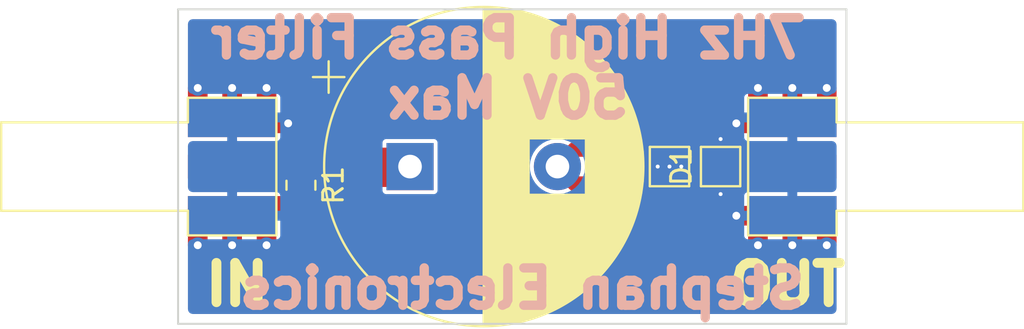
<source format=kicad_pcb>
(kicad_pcb (version 20211014) (generator pcbnew)
  (layers (0 "F.Cu" signal) (31 "B.Cu" signal) (34 "B.Paste" user) (35 "F.Paste" user) (36 "B.SilkS" user "B.Silkscreen") (37 "F.SilkS" user "F.Silkscreen") (38 "B.Mask" user) (39 "F.Mask" user) (44 "Edge.Cuts" user))
  (net 0 "")
  (net 1 "Net-(C1-Pad1)")
  (net 2 "Net-(C1-Pad2)")
  (net 3 "GND")
  (footprint "Capacitor_THT:CP_Radial_D16.0mm_P7.50mm" (layer "F.Cu") (at 111.8 90)
    (fp_text reference "C1" hide)
    (fp_text value "470uF" hide)
    (fp_line (start 11.751 -1.351) (end 11.751 1.351) (layer "F.SilkS") (width 0.12))
    (fp_line (start 8.351 1.44) (end 8.351 6.652) (layer "F.SilkS") (width 0.12))
    (fp_line (start 4.471 -8.049) (end 4.471 8.049) (layer "F.SilkS") (width 0.12))
    (fp_line (start 10.991 -3.637) (end 10.991 3.637) (layer "F.SilkS") (width 0.12))
    (fp_line (start 4.31 -8.061) (end 4.31 8.061) (layer "F.SilkS") (width 0.12))
    (fp_line (start 7.791 1.44) (end 7.791 7.004) (layer "F.SilkS") (width 0.12))
    (fp_line (start 6.471 1.44) (end 6.471 7.611) (layer "F.SilkS") (width 0.12))
    (fp_line (start 4.27 -8.064) (end 4.27 8.064) (layer "F.SilkS") (width 0.12))
    (fp_line (start 9.031 -6.129) (end 9.031 6.129) (layer "F.SilkS") (width 0.12))
    (fp_line (start 7.471 -7.178) (end 7.471 -1.44) (layer "F.SilkS") (width 0.12))
    (fp_line (start 11.391 -2.711) (end 11.391 2.711) (layer "F.SilkS") (width 0.12))
    (fp_line (start 10.511 -4.459) (end 10.511 4.459) (layer "F.SilkS") (width 0.12))
    (fp_line (start 5.831 -7.81) (end 5.831 7.81) (layer "F.SilkS") (width 0.12))
    (fp_line (start 10.151 -4.958) (end 10.151 4.958) (layer "F.SilkS") (width 0.12))
    (fp_line (start 6.431 -7.625) (end 6.431 -1.44) (layer "F.SilkS") (width 0.12))
    (fp_line (start 9.591 -5.602) (end 9.591 5.602) (layer "F.SilkS") (width 0.12))
    (fp_line (start 5.471 -7.896) (end 5.471 7.896) (layer "F.SilkS") (width 0.12))
    (fp_line (start 9.511 -5.684) (end 9.511 5.684) (layer "F.SilkS") (width 0.12))
    (fp_line (start 8.391 1.44) (end 8.391 6.624) (layer "F.SilkS") (width 0.12))
    (fp_line (start 4.35 -8.058) (end 4.35 8.058) (layer "F.SilkS") (width 0.12))
    (fp_line (start 6.911 1.44) (end 6.911 7.44) (layer "F.SilkS") (width 0.12))
    (fp_line (start 10.191 -4.906) (end 10.191 4.906) (layer "F.SilkS") (width 0.12))
    (fp_line (start 7.951 -6.91) (end 7.951 -1.44) (layer "F.SilkS") (width 0.12))
    (fp_line (start 6.311 1.44) (end 6.311 7.666) (layer "F.SilkS") (width 0.12))
    (fp_line (start 3.79 -8.08) (end 3.79 8.08) (layer "F.SilkS") (width 0.12))
    (fp_line (start 6.431 1.44) (end 6.431 7.625) (layer "F.SilkS") (width 0.12))
    (fp_line (start 8.991 -6.163) (end 8.991 6.163) (layer "F.SilkS") (width 0.12))
    (fp_line (start 8.471 1.44) (end 8.471 6.568) (layer "F.SilkS") (width 0.12))
    (fp_line (start 7.951 1.44) (end 7.951 6.91) (layer "F.SilkS") (width 0.12))
    (fp_line (start 11.351 -2.82) (end 11.351 2.82) (layer "F.SilkS") (width 0.12))
    (fp_line (start 5.871 -7.799) (end 5.871 7.799) (layer "F.SilkS") (width 0.12))
    (fp_line (start 8.831 -6.295) (end 8.831 -1.44) (layer "F.SilkS") (width 0.12))
    (fp_line (start 10.791 -4.007) (end 10.791 4.007) (layer "F.SilkS") (width 0.12))
    (fp_line (start 8.311 -6.679) (end 8.311 -1.44) (layer "F.SilkS") (width 0.12))
    (fp_line (start 4.511 -8.045) (end 4.511 8.045) (layer "F.SilkS") (width 0.12))
    (fp_line (start 5.911 -7.788) (end 5.911 7.788) (layer "F.SilkS") (width 0.12))
    (fp_line (start 6.231 1.44) (end 6.231 7.693) (layer "F.SilkS") (width 0.12))
    (fp_line (start 6.671 -7.537) (end 6.671 -1.44) (layer "F.SilkS") (width 0.12))
    (fp_line (start 6.151 1.44) (end 6.151 7.718) (layer "F.SilkS") (width 0.12))
    (fp_line (start 4.711 -8.024) (end 4.711 8.024) (layer "F.SilkS") (width 0.12))
    (fp_line (start 6.711 -7.522) (end 6.711 -1.44) (layer "F.SilkS") (width 0.12))
    (fp_line (start 8.631 -6.45) (end 8.631 -1.44) (layer "F.SilkS") (width 0.12))
    (fp_line (start 4.15 -8.071) (end 4.15 8.071) (layer "F.SilkS") (width 0.12))
    (fp_line (start 8.551 1.44) (end 8.551 6.51) (layer "F.SilkS") (width 0.12))
    (fp_line (start 5.031 -7.979) (end 5.031 7.979) (layer "F.SilkS") (width 0.12))
    (fp_line (start 7.671 -7.072) (end 7.671 -1.44) (layer "F.SilkS") (width 0.12))
    (fp_line (start 6.071 -7.742) (end 6.071 -1.44) (layer "F.SilkS") (width 0.12))
    (fp_line (start 8.391 -6.624) (end 8.391 -1.44) (layer "F.SilkS") (width 0.12))
    (fp_line (start 10.551 -4.398) (end 10.551 4.398) (layer "F.SilkS") (width 0.12))
    (fp_line (start 8.631 1.44) (end 8.631 6.45) (layer "F.SilkS") (width 0.12))
    (fp_line (start 7.831 1.44) (end 7.831 6.981) (layer "F.SilkS") (width 0.12))
    (fp_line (start 8.031 -6.861) (end 8.031 -1.44) (layer "F.SilkS") (width 0.12))
    (fp_line (start 5.431 -7.905) (end 5.431 7.905) (layer "F.SilkS") (width 0.12))
    (fp_line (start 8.351 -6.652) (end 8.351 -1.44) (layer "F.SilkS") (width 0.12))
    (fp_line (start 8.071 1.44) (end 8.071 6.836) (layer "F.SilkS") (width 0.12))
    (fp_line (start 8.191 -6.759) (end 8.191 -1.44) (layer "F.SilkS") (width 0.12))
    (fp_line (start 11.511 -2.351) (end 11.511 2.351) (layer "F.SilkS") (width 0.12))
    (fp_line (start 8.231 1.44) (end 8.231 6.733) (layer "F.SilkS") (width 0.12))
    (fp_line (start 9.071 -6.095) (end 9.071 6.095) (layer "F.SilkS") (width 0.12))
    (fp_line (start 8.431 -6.596) (end 8.431 -1.44) (layer "F.SilkS") (width 0.12))
    (fp_line (start 7.671 1.44) (end 7.671 7.072) (layer "F.SilkS") (width 0.12))
    (fp_line (start 7.511 1.44) (end 7.511 7.157) (layer "F.SilkS") (width 0.12))
    (fp_line (start 10.751 -4.076) (end 10.751 4.076) (layer "F.SilkS") (width 0.12))
    (fp_line (start 7.431 1.44) (end 7.431 7.199) (layer "F.SilkS") (width 0.12))
    (fp_line (start 7.231 -7.297) (end 7.231 -1.44) (layer "F.SilkS") (width 0.12))
    (fp_line (start 11.111 -3.39) (end 11.111 3.39) (layer "F.SilkS") (width 0.12))
    (fp_line (start 6.391 1.44) (end 6.391 7.639) (layer "F.SilkS") (width 0.12))
    (fp_line (start 3.99 -8.077) (end 3.99 8.077) (layer "F.SilkS") (width 0.12))
    (fp_line (start 10.031 -5.108) (end 10.031 5.108) (layer "F.SilkS") (width 0.12))
    (fp_line (start 6.791 -7.49) (end 6.791 -1.44) (layer "F.SilkS") (width 0.12))
    (fp_line (start 4.43 -8.052) (end 4.43 8.052) (layer "F.SilkS") (width 0.12))
    (fp_line (start 5.671 -7.85) (end 5.671 7.85) (layer "F.SilkS") (width 0.12))
    (fp_line (start 7.751 1.44) (end 7.751 7.027) (layer "F.SilkS") (width 0.12))
    (fp_line (start 10.591 -4.336) (end 10.591 4.336) (layer "F.SilkS") (width 0.12))
    (fp_line (start 7.311 1.44) (end 7.311 7.258) (layer "F.SilkS") (width 0.12))
    (fp_line (start 6.991 -7.406) (end 6.991 -1.44) (layer "F.SilkS") (width 0.12))
    (fp_line (start 10.711 -4.143) (end 10.711 4.143) (layer "F.SilkS") (width 0.12))
    (fp_line (start 7.751 -7.027) (end 7.751 -1.44) (layer "F.SilkS") (width 0.12))
    (fp_line (start 6.351 1.44) (end 6.351 7.653) (layer "F.SilkS") (width 0.12))
    (fp_line (start 6.871 1.44) (end 6.871 7.457) (layer "F.SilkS") (width 0.12))
    (fp_line (start 7.191 1.44) (end 7.191 7.316) (layer "F.SilkS") (width 0.12))
    (fp_line (start 6.631 1.44) (end 6.631 7.553) (layer "F.SilkS") (width 0.12))
    (fp_line (start 6.631 -7.553) (end 6.631 -1.44) (layer "F.SilkS") (width 0.12))
    (fp_line (start 9.351 -5.84) (end 9.351 5.84) (layer "F.SilkS") (width 0.12))
    (fp_line (start 7.871 1.44) (end 7.871 6.958) (layer "F.SilkS") (width 0.12))
    (fp_line (start 7.271 -7.278) (end 7.271 -1.44) (layer "F.SilkS") (width 0.12))
    (fp_line (start 7.431 -7.199) (end 7.431 -1.44) (layer "F.SilkS") (width 0.12))
    (fp_line (start 9.151 -6.025) (end 9.151 6.025) (layer "F.SilkS") (width 0.12))
    (fp_line (start 4.991 -7.985) (end 4.991 7.985) (layer "F.SilkS") (width 0.12))
    (fp_line (start 11.191 -3.213) (end 11.191 3.213) (layer "F.SilkS") (width 0.12))
    (fp_line (start 11.231 -3.12) (end 11.231 3.12) (layer "F.SilkS") (width 0.12))
    (fp_line (start 7.391 1.44) (end 7.391 7.219) (layer "F.SilkS") (width 0.12))
    (fp_line (start 9.311 -5.878) (end 9.311 5.878) (layer "F.SilkS") (width 0.12))
    (fp_line (start 6.511 -7.597) (end 6.511 -1.44) (layer "F.SilkS") (width 0.12))
    (fp_line (start 5.151 -7.959) (end 5.151 7.959) (layer "F.SilkS") (width 0.12))
    (fp_line (start 7.391 -7.219) (end 7.391 -1.44) (layer "F.SilkS") (width 0.12))
    (fp_line (start 8.671 -6.42) (end 8.671 -1.44) (layer "F.SilkS") (width 0.12))
    (fp_line (start 10.391 -4.634) (end 10.391 4.634) (layer "F.SilkS") (width 0.12))
    (fp_line (start 8.751 -6.358) (end 8.751 -1.44) (layer "F.SilkS") (width 0.12))
    (fp_line (start 7.631 1.44) (end 7.631 7.094) (layer "F.SilkS") (width 0.12))
    (fp_line (start 8.711 1.44) (end 8.711 6.39) (layer "F.SilkS") (width 0.12))
    (fp_line (start 5.551 -7.878) (end 5.551 7.878) (layer "F.SilkS") (width 0.12))
    (fp_line (start 11.831 -0.765) (end 11.831 0.765) (layer "F.SilkS") (width 0.12))
    (fp_line (start 4.871 -8.003) (end 4.871 8.003) (layer "F.SilkS") (width 0.12))
    (fp_line (start 5.631 -7.86) (end 5.631 7.86) (layer "F.SilkS") (width 0.12))
    (fp_line (start 9.631 -5.56) (end 9.631 5.56) (layer "F.SilkS") (width 0.12))
    (fp_line (start 5.191 -7.952) (end 5.191 7.952) (layer "F.SilkS") (width 0.12))
    (fp_line (start 7.031 -7.389) (end 7.031 -1.44) (layer "F.SilkS") (width 0.12))
    (fp_line (start -4.939491 -4.555) (end -3.339491 -4.555) (layer "F.SilkS") (width 0.12))
    (fp_line (start 9.871 -5.297) (end 9.871 5.297) (layer "F.SilkS") (width 0.12))
    (fp_line (start 10.271 -4.8) (end 10.271 4.8) (layer "F.SilkS") (width 0.12))
    (fp_line (start 7.151 -7.334) (end 7.151 -1.44) (layer "F.SilkS") (width 0.12))
    (fp_line (start 11.671 -1.752) (end 11.671 1.752) (layer "F.SilkS") (width 0.12))
    (fp_line (start 8.551 -6.51) (end 8.551 -1.44) (layer "F.SilkS") (width 0.12))
    (fp_line (start 6.751 1.44) (end 6.751 7.506) (layer "F.SilkS") (width 0.12))
    (fp_line (start 6.991 1.44) (end 6.991 7.406) (layer "F.SilkS") (width 0.12))
    (fp_line (start 4.631 -8.033) (end 4.631 8.033) (layer "F.SilkS") (width 0.12))
    (fp_line (start 8.271 -6.706) (end 8.271 -1.44) (layer "F.SilkS") (width 0.12))
    (fp_line (start 10.111 -5.009) (end 10.111 5.009) (layer "F.SilkS") (width 0.12))
    (fp_line (start 4.551 -8.041) (end 4.551 8.041) (layer "F.SilkS") (width 0.12))
    (fp_line (start 6.151 -7.718) (end 6.151 -1.44) (layer "F.SilkS") (width 0.12))
    (fp_line (start 7.311 -7.258) (end 7.311 -1.44) (layer "F.SilkS") (width 0.12))
    (fp_line (start 9.391 -5.802) (end 9.391 5.802) (layer "F.SilkS") (width 0.12))
    (fp_line (start 5.231 -7.944) (end 5.231 7.944) (layer "F.SilkS") (width 0.12))
    (fp_line (start 8.791 -6.327) (end 8.791 -1.44) (layer "F.SilkS") (width 0.12))
    (fp_line (start 8.911 -6.23) (end 8.911 -1.44) (layer "F.SilkS") (width 0.12))
    (fp_line (start 9.911 -5.251) (end 9.911 5.251) (layer "F.SilkS") (width 0.12))
    (fp_line (start 10.871 -3.864) (end 10.871 3.864) (layer "F.SilkS") (width 0.12))
    (fp_line (start 8.431 1.44) (end 8.431 6.596) (layer "F.SilkS") (width 0.12))
    (fp_line (start 5.511 -7.887) (end 5.511 7.887) (layer "F.SilkS") (width 0.12))
    (fp_line (start 11.471 -2.478) (end 11.471 2.478) (layer "F.SilkS") (width 0.12))
    (fp_line (start 5.951 -7.777) (end 5.951 7.777) (layer "F.SilkS") (width 0.12))
    (fp_line (start 7.791 -7.004) (end 7.791 -1.44) (layer "F.SilkS") (width 0.12))
    (fp_line (start 11.711 -1.564) (end 11.711 1.564) (layer "F.SilkS") (width 0.12))
    (fp_line (start 9.831 -5.343) (end 9.831 5.343) (layer "F.SilkS") (width 0.12))
    (fp_line (start 11.791 -1.098) (end 11.791 1.098) (layer "F.SilkS") (width 0.12))
    (fp_line (start 9.471 -5.724) (end 9.471 5.724) (layer "F.SilkS") (width 0.12))
    (fp_line (start 4.19 -8.069) (end 4.19 8.069) (layer "F.SilkS") (width 0.12))
    (fp_line (start 6.671 1.44) (end 6.671 7.537) (layer "F.SilkS") (width 0.12))
    (fp_line (start 7.071 -7.371) (end 7.071 -1.44) (layer "F.SilkS") (width 0.12))
    (fp_line (start 9.711 -5.475) (end 9.711 5.475) (layer "F.SilkS") (width 0.12))
    (fp_line (start 7.711 1.44) (end 7.711 7.049) (layer "F.SilkS") (width 0.12))
    (fp_line (start 7.871 -6.958) (end 7.871 -1.44) (layer "F.SilkS") (width 0.12))
    (fp_line (start 11.031 -3.557) (end 11.031 3.557) (layer "F.SilkS") (width 0.12))
    (fp_line (start 5.711 -7.84) (end 5.711 7.84) (layer "F.SilkS") (width 0.12))
    (fp_line (start 8.871 -6.263) (end 8.871 -1.44) (layer "F.SilkS") (width 0.12))
    (fp_line (start 6.591 1.44) (end 6.591 7.568) (layer "F.SilkS") (width 0.12))
    (fp_line (start 6.831 -7.474) (end 6.831 -1.44) (layer "F.SilkS") (width 0.12))
    (fp_line (start 4.07 -8.074) (end 4.07 8.074) (layer "F.SilkS") (width 0.12))
    (fp_line (start 9.551 -5.643) (end 9.551 5.643) (layer "F.SilkS") (width 0.12))
    (fp_line (start 10.951 -3.715) (end 10.951 3.715) (layer "F.SilkS") (width 0.12))
    (fp_line (start 8.111 -6.811) (end 8.111 -1.44) (layer "F.SilkS") (width 0.12))
    (fp_line (start 5.111 -7.966) (end 5.111 7.966) (layer "F.SilkS") (width 0.12))
    (fp_line (start 6.751 -7.506) (end 6.751 -1.44) (layer "F.SilkS") (width 0.12))
    (fp_line (start 9.751 -5.432) (end 9.751 5.432) (layer "F.SilkS") (width 0.12))
    (fp_line (start 8.231 -6.733) (end 8.231 -1.44) (layer "F.SilkS") (width 0.12))
    (fp_line (start 8.871 1.44) (end 8.871 6.263) (layer "F.SilkS") (width 0.12))
    (fp_line (start 6.111 -7.73) (end 6.111 -1.44) (layer "F.SilkS") (width 0.12))
    (fp_line (start 7.591 -7.115) (end 7.591 -1.44) (layer "F.SilkS") (width 0.12))
    (fp_line (start 5.991 -7.765) (end 5.991 7.765) (layer "F.SilkS") (width 0.12))
    (fp_line (start 6.191 -7.705) (end 6.191 -1.44) (layer "F.SilkS") (width 0.12))
    (fp_line (start 7.031 1.44) (end 7.031 7.389) (layer "F.SilkS") (width 0.12))
    (fp_line (start 7.911 1.44) (end 7.911 6.934) (layer "F.SilkS") (width 0.12))
    (fp_line (start 3.91 -8.079) (end 3.91 8.079) (layer "F.SilkS") (width 0.12))
    (fp_line (start 10.911 -3.79) (end 10.911 3.79) (layer "F.SilkS") (width 0.12))
    (fp_line (start 7.231 1.44) (end 7.231 7.297) (layer "F.SilkS") (width 0.12))
    (fp_line (start 6.391 -7.639) (end 6.391 -1.44) (layer "F.SilkS") (width 0.12))
    (fp_line (start 11.311 -2.924) (end 11.311 2.924) (layer "F.SilkS") (width 0.12))
    (fp_line (start 6.591 -7.568) (end 6.591 -1.44) (layer "F.SilkS") (width 0.12))
    (fp_line (start 5.391 -7.913) (end 5.391 7.913) (layer "F.SilkS") (width 0.12))
    (fp_line (start 8.711 -6.39) (end 8.711 -1.44) (layer "F.SilkS") (width 0.12))
    (fp_line (start 6.551 -7.582) (end 6.551 -1.44) (layer "F.SilkS") (width 0.12))
    (fp_line (start 6.951 1.44) (end 6.951 7.423) (layer "F.SilkS") (width 0.12))
    (fp_line (start 4.751 -8.019) (end 4.751 8.019) (layer "F.SilkS") (width 0.12))
    (fp_line (start 8.111 1.44) (end 8.111 6.811) (layer "F.SilkS") (width 0.12))
    (fp_line (start 7.071 1.44) (end 7.071 7.371) (layer "F.SilkS") (width 0.12))
    (fp_line (start 6.191 1.44) (end 6.191 7.705) (layer "F.SilkS") (width 0.12))
    (fp_line (start 3.83 -8.08) (end 3.83 8.08) (layer "F.SilkS") (width 0.12))
    (fp_line (start 7.111 -7.353) (end 7.111 -1.44) (layer "F.SilkS") (width 0.12))
    (fp_line (start 9.671 -5.518) (end 9.671 5.518) (layer "F.SilkS") (width 0.12))
    (fp_line (start 8.071 -6.836) (end 8.071 -1.44) (layer "F.SilkS") (width 0.12))
    (fp_line (start 8.031 1.44) (end 8.031 6.861) (layer "F.SilkS") (width 0.12))
    (fp_line (start 6.551 1.44) (end 6.551 7.582) (layer "F.SilkS") (width 0.12))
    (fp_line (start 6.911 -7.44) (end 6.911 -1.44) (layer "F.SilkS") (width 0.12))
    (fp_line (start 11.071 -3.475) (end 11.071 3.475) (layer "F.SilkS") (width 0.12))
    (fp_line (start 4.671 -8.028) (end 4.671 8.028) (layer "F.SilkS") (width 0.12))
    (fp_line (start 4.03 -8.076) (end 4.03 8.076) (layer "F.SilkS") (width 0.12))
    (fp_line (start 7.351 -7.239) (end 7.351 -1.44) (layer "F.SilkS") (width 0.12))
    (fp_line (start 5.311 -7.929) (end 5.311 7.929) (layer "F.SilkS") (width 0.12))
    (fp_line (start 10.311 -4.746) (end 10.311 4.746) (layer "F.SilkS") (width 0.12))
    (fp_line (start 8.151 -6.785) (end 8.151 -1.44) (layer "F.SilkS") (width 0.12))
    (fp_line (start 6.311 -7.666) (end 6.311 -1.44) (layer "F.SilkS") (width 0.12))
    (fp_line (start 6.271 -7.68) (end 6.271 -1.44) (layer "F.SilkS") (width 0.12))
    (fp_line (start 7.831 -6.981) (end 7.831 -1.44) (layer "F.SilkS") (width 0.12))
    (fp_line (start 4.23 -8.066) (end 4.23 8.066) (layer "F.SilkS") (width 0.12))
    (fp_line (start 8.511 -6.539) (end 8.511 -1.44) (layer "F.SilkS") (width 0.12))
    (fp_line (start 6.071 1.44) (end 6.071 7.742) (layer "F.SilkS") (width 0.12))
    (fp_line (start 11.271 -3.024) (end 11.271 3.024) (layer "F.SilkS") (width 0.12))
    (fp_line (start 7.711 -7.049) (end 7.711 -1.44) (layer "F.SilkS") (width 0.12))
    (fp_line (start 7.631 -7.094) (end 7.631 -1.44) (layer "F.SilkS") (width 0.12))
    (fp_line (start 6.791 1.44) (end 6.791 7.49) (layer "F.SilkS") (width 0.12))
    (fp_line (start 6.271 1.44) (end 6.271 7.68) (layer "F.SilkS") (width 0.12))
    (fp_line (start 3.95 -8.078) (end 3.95 8.078) (layer "F.SilkS") (width 0.12))
    (fp_line (start 7.551 1.44) (end 7.551 7.136) (layer "F.SilkS") (width 0.12))
    (fp_line (start 6.511 1.44) (end 6.511 7.597) (layer "F.SilkS") (width 0.12))
    (fp_line (start 4.831 -8.008) (end 4.831 8.008) (layer "F.SilkS") (width 0.12))
    (fp_line (start 8.791 1.44) (end 8.791 6.327) (layer "F.SilkS") (width 0.12))
    (fp_line (start 9.991 -5.156) (end 9.991 5.156) (layer "F.SilkS") (width 0.12))
    (fp_line (start 7.471 1.44) (end 7.471 7.178) (layer "F.SilkS") (width 0.12))
    (fp_line (start 8.311 1.44) (end 8.311 6.679) (layer "F.SilkS") (width 0.12))
    (fp_line (start 10.431 -4.577) (end 10.431 4.577) (layer "F.SilkS") (width 0.12))
    (fp_line (start 9.951 -5.204) (end 9.951 5.204) (layer "F.SilkS") (width 0.12))
    (fp_line (start 10.231 -4.854) (end 10.231 4.854) (layer "F.SilkS") (width 0.12))
    (fp_line (start 7.911 -6.934) (end 7.911 -1.44) (layer "F.SilkS") (width 0.12))
    (fp_line (start 8.951 -6.197) (end 8.951 6.197) (layer "F.SilkS") (width 0.12))
    (fp_line (start 8.911 1.44) (end 8.911 6.23) (layer "F.SilkS") (width 0.12))
    (fp_line (start 7.991 1.44) (end 7.991 6.886) (layer "F.SilkS") (width 0.12))
    (fp_line (start 7.591 1.44) (end 7.591 7.115) (layer "F.SilkS") (width 0.12))
    (fp_line (start 11.631 -1.92) (end 11.631 1.92) (layer "F.SilkS") (width 0.12))
    (fp_line (start 9.431 -5.763) (end 9.431 5.763) (layer "F.SilkS") (width 0.12))
    (fp_line (start 7.351 1.44) (end 7.351 7.239) (layer "F.SilkS") (width 0.12))
    (fp_line (start 5.351 -7.921) (end 5.351 7.921) (layer "F.SilkS") (width 0.12))
    (fp_line (start 5.751 -7.83) (end 5.751 7.83) (layer "F.SilkS") (width 0.12))
    (fp_line (start 4.11 -8.073) (end 4.11 8.073) (layer "F.SilkS") (width 0.12))
    (fp_line (start 9.231 -5.952) (end 9.231 5.952) (layer "F.SilkS") (width 0.12))
    (fp_line (start 5.071 -7.972) (end 5.071 7.972) (layer "F.SilkS") (width 0.12))
    (fp_line (start 7.111 1.44) (end 7.111 7.353) (layer "F.SilkS") (width 0.12))
    (fp_line (start 9.791 -5.388) (end 9.791 5.388) (layer "F.SilkS") (width 0.12))
    (fp_line (start 11.431 -2.597) (end 11.431 2.597) (layer "F.SilkS") (width 0.12))
    (fp_line (start 8.591 1.44) (end 8.591 6.48) (layer "F.SilkS") (width 0.12))
    (fp_line (start 7.991 -6.886) (end 7.991 -1.44) (layer "F.SilkS") (width 0.12))
    (fp_line (start 6.351 -7.653) (end 6.351 -1.44) (layer "F.SilkS") (width 0.12))
    (fp_line (start 10.351 -4.691) (end 10.351 4.691) (layer "F.SilkS") (width 0.12))
    (fp_line (start 6.031 -7.754) (end 6.031 7.754) (layer "F.SilkS") (width 0.12))
    (fp_line (start 9.271 -5.916) (end 9.271 5.916) (layer "F.SilkS") (width 0.12))
    (fp_line (start 5.791 -7.82) (end 5.791 7.82) (layer "F.SilkS") (width 0.12))
    (fp_line (start 6.871 -7.457) (end 6.871 -1.44) (layer "F.SilkS") (width 0.12))
    (fp_line (start 10.631 -4.273) (end 10.631 4.273) (layer "F.SilkS") (width 0.12))
    (fp_line (start 5.591 -7.869) (end 5.591 7.869) (layer "F.SilkS") (width 0.12))
    (fp_line (start 11.591 -2.074) (end 11.591 2.074) (layer "F.SilkS") (width 0.12))
    (fp_line (start 3.75 -8.081) (end 3.75 8.081) (layer "F.SilkS") (width 0.12))
    (fp_line (start 10.071 -5.059) (end 10.071 5.059) (layer "F.SilkS") (width 0.12))
    (fp_line (start 10.471 -4.519) (end 10.471 4.519) (layer "F.SilkS") (width 0.12))
    (fp_line (start 4.911 -7.997) (end 4.911 7.997) (layer "F.SilkS") (width 0.12))
    (fp_line (start 6.231 -7.693) (end 6.231 -1.44) (layer "F.SilkS") (width 0.12))
    (fp_line (start 8.191 1.44) (end 8.191 6.759) (layer "F.SilkS") (width 0.12))
    (fp_line (start 7.551 -7.136) (end 7.551 -1.44) (layer "F.SilkS") (width 0.12))
    (fp_line (start 3.87 -8.08) (end 3.87 8.08) (layer "F.SilkS") (width 0.12))
    (fp_line (start 8.511 1.44) (end 8.511 6.539) (layer "F.SilkS") (width 0.12))
    (fp_line (start 10.671 -4.209) (end 10.671 4.209) (layer "F.SilkS") (width 0.12))
    (fp_line (start 7.271 1.44) (end 7.271 7.278) (layer "F.SilkS") (width 0.12))
    (fp_line (start 6.831 1.44) (end 6.831 7.474) (layer "F.SilkS") (width 0.12))
    (fp_line (start -4.139491 -5.355) (end -4.139491 -3.755) (layer "F.SilkS") (width 0.12))
    (fp_line (start 8.471 -6.568) (end 8.471 -1.44) (layer "F.SilkS") (width 0.12))
    (fp_line (start 7.191 -7.316) (end 7.191 -1.44) (layer "F.SilkS") (width 0.12))
    (fp_line (start 8.671 1.44) (end 8.671 6.42) (layer "F.SilkS") (width 0.12))
    (fp_line (start 9.191 -5.989) (end 9.191 5.989) (layer "F.SilkS") (width 0.12))
    (fp_line (start 7.151 1.44) (end 7.151 7.334) (layer "F.SilkS") (width 0.12))
    (fp_line (start 8.591 -6.48) (end 8.591 -1.44) (layer "F.SilkS") (width 0.12))
    (fp_line (start 4.39 -8.055) (end 4.39 8.055) (layer "F.SilkS") (width 0.12))
    (fp_line (start 7.511 -7.157) (end 7.511 -1.44) (layer "F.SilkS") (width 0.12))
    (fp_line (start 4.791 -8.014) (end 4.791 8.014) (layer "F.SilkS") (width 0.12))
    (fp_line (start 6.471 -7.611) (end 6.471 -1.44) (layer "F.SilkS") (width 0.12))
    (fp_line (start 8.151 1.44) (end 8.151 6.785) (layer "F.SilkS") (width 0.12))
    (fp_line (start 6.951 -7.423) (end 6.951 -1.44) (layer "F.SilkS") (width 0.12))
    (fp_line (start 8.831 1.44) (end 8.831 6.295) (layer "F.SilkS") (width 0.12))
    (fp_line (start 6.111 1.44) (end 6.111 7.73) (layer "F.SilkS") (width 0.12))
    (fp_line (start 11.551 -2.218) (end 11.551 2.218) (layer "F.SilkS") (width 0.12))
    (fp_line (start 4.591 -8.037) (end 4.591 8.037) (layer "F.SilkS") (width 0.12))
    (fp_line (start 5.271 -7.937) (end 5.271 7.937) (layer "F.SilkS") (width 0.12))
    (fp_line (start 8.751 1.44) (end 8.751 6.358) (layer "F.SilkS") (width 0.12))
    (fp_line (start 10.831 -3.936) (end 10.831 3.936) (layer "F.SilkS") (width 0.12))
    (fp_line (start 9.111 -6.06) (end 9.111 6.06) (layer "F.SilkS") (width 0.12))
    (fp_line (start 4.951 -7.991) (end 4.951 7.991) (layer "F.SilkS") (width 0.12))
    (fp_line (start 6.711 1.44) (end 6.711 7.522) (layer "F.SilkS") (width 0.12))
    (fp_line (start 8.271 1.44) (end 8.271 6.706) (layer "F.SilkS") (width 0.12))
    (fp_line (start 11.151 -3.303) (end 11.151 3.303) (layer "F.SilkS") (width 0.12))
    (fp_circle (center 3.75 0) (end 11.87 0) (layer "F.SilkS") (width 0.12) (fill none))
    (pad "1" thru_hole rect (at 0 0) (size 2.4 2.4) (drill 1.2) (layers *.Cu *.Mask) (net 1 "Net-(C1-Pad1)"))
    (pad "2" thru_hole circle (at 7.5 0) (size 2.4 2.4) (drill 1.2) (layers *.Cu *.Mask) (net 2 "Net-(C1-Pad2)"))
  )
  (footprint "library:SMA_ALIEXPRESS" (layer "F.Cu") (at 100.5 90 90)
    (fp_text reference "J1" hide)
    (fp_text value "COAX" hide)
    (fp_line (start 3.5 0) (end 2.25 0) (layer "F.SilkS") (width 0.12))
    (fp_line (start 2.25 0) (end 2.25 -9.5) (layer "F.SilkS") (width 0.12))
    (fp_line (start -3.5 0) (end -3.5 4.5) (layer "F.SilkS") (width 0.12))
    (fp_line (start -2.25 0) (end -3.5 0) (layer "F.SilkS") (width 0.12))
    (fp_line (start -2.25 -9.5) (end -2.25 0) (layer "F.SilkS") (width 0.12))
    (fp_line (start -3.5 4.5) (end 3.5 4.5) (layer "F.SilkS") (width 0.12))
    (fp_line (start 2.25 -9.5) (end -2.25 -9.5) (layer "F.SilkS") (width 0.12))
    (fp_line (start 3.5 4.5) (end 3.5 0) (layer "F.SilkS") (width 0.12))
    (pad "1" smd rect (at 0 2.25 90) (size 1.2 4.5) (layers "F.Cu" "F.Paste" "F.Mask") (net 1 "Net-(C1-Pad1)"))
    (pad "2" smd rect (at -2.5 2.25 90) (size 2 4.5) (layers "B.Cu" "F.Paste" "B.Mask") (net 3 "GND"))
    (pad "2" smd rect (at 2.5 2.25 90) (size 2 4.5) (layers "B.Cu" "F.Paste" "B.Mask") (net 3 "GND"))
    (pad "2" smd rect (at 2.5 2.25 90) (size 2 4.5) (layers "F.Cu" "F.Paste" "F.Mask") (net 3 "GND"))
    (pad "2" smd rect (at -2.5 2.25 90) (size 2 4.5) (layers "F.Cu" "F.Paste" "F.Mask") (net 3 "GND"))
  )
  (footprint "library:SMA_ALIEXPRESS" (layer "F.Cu") (at 133.5 90 -90)
    (fp_text reference "J2" hide)
    (fp_text value "COAX" hide)
    (fp_line (start 2.25 -9.5) (end -2.25 -9.5) (layer "F.SilkS") (width 0.12))
    (fp_line (start 2.25 0) (end 2.25 -9.5) (layer "F.SilkS") (width 0.12))
    (fp_line (start -3.5 0) (end -3.5 4.5) (layer "F.SilkS") (width 0.12))
    (fp_line (start -2.25 0) (end -3.5 0) (layer "F.SilkS") (width 0.12))
    (fp_line (start -3.5 4.5) (end 3.5 4.5) (layer "F.SilkS") (width 0.12))
    (fp_line (start -2.25 -9.5) (end -2.25 0) (layer "F.SilkS") (width 0.12))
    (fp_line (start 3.5 0) (end 2.25 0) (layer "F.SilkS") (width 0.12))
    (fp_line (start 3.5 4.5) (end 3.5 0) (layer "F.SilkS") (width 0.12))
    (pad "1" smd rect (at 0 2.25 270) (size 1.2 4.5) (layers "F.Cu" "F.Paste" "F.Mask") (net 2 "Net-(C1-Pad2)"))
    (pad "2" smd rect (at -2.5 2.25 270) (size 2 4.5) (layers "B.Cu" "F.Paste" "B.Mask") (net 3 "GND"))
    (pad "2" smd rect (at -2.5 2.25 270) (size 2 4.5) (layers "F.Cu" "F.Paste" "F.Mask") (net 3 "GND"))
    (pad "2" smd rect (at 2.5 2.25 270) (size 2 4.5) (layers "F.Cu" "F.Paste" "F.Mask") (net 3 "GND"))
    (pad "2" smd rect (at 2.5 2.25 270) (size 2 4.5) (layers "B.Cu" "F.Paste" "B.Mask") (net 3 "GND"))
  )
  (footprint "Resistor_SMD:R_0805_2012Metric" (layer "F.Cu") (at 106.25 90.95 -90)
    (fp_text reference "R1" (at 0 -1.65 90) (layer "F.SilkS"))
    (fp_text value "10k")
    (fp_line (start -0.227064 -0.735) (end 0.227064 -0.735) (layer "F.SilkS") (width 0.12))
    (fp_line (start -0.227064 0.735) (end 0.227064 0.735) (layer "F.SilkS") (width 0.12))
    (pad "1" smd roundrect (at -0.9125 0 270) (size 1.025 1.4) (layers "F.Cu" "F.Paste" "F.Mask") (roundrect_rratio 0.243902439) (net 1 "Net-(C1-Pad1)"))
    (pad "2" smd roundrect (at 0.9125 0 270) (size 1.025 1.4) (layers "F.Cu" "F.Paste" "F.Mask") (roundrect_rratio 0.243902439) (net 3 "GND"))
  )
  (footprint "library:CLA4607-085LF" (layer "F.Cu") (at 127.6 90 90)
    (fp_text reference "D1" (at 0 -2 90 unlocked) (layer "F.SilkS"))
    (fp_text value "D_Schottky_AKA")
    (fp_line (start 1 -1) (end 1 1) (layer "F.SilkS") (width 0.12))
    (fp_line (start -1 -1) (end 1 -1) (layer "F.SilkS") (width 0.12))
    (fp_line (start -1 1) (end -1 -1) (layer "F.SilkS") (width 0.12))
    (fp_line (start 1 1) (end -1 1) (layer "F.SilkS") (width 0.12))
    (pad "1" smd rect (at -0.875 0 90) (size 0.55 0.3) (layers "F.Cu" "F.Paste" "F.Mask") (net 3 "GND"))
    (pad "2" smd rect (at 0 0 90) (size 0.5 1.7) (layers "F.Cu" "F.Paste" "F.Mask") (net 2 "Net-(C1-Pad2)"))
    (pad "3" smd rect (at 0.875 0 90) (size 0.55 0.3) (layers "F.Cu" "F.Paste" "F.Mask") (net 3 "GND"))
  )
  (footprint "library:CLA4607-085LF" (layer "F.Cu") (at 125 90 90)
    (fp_text reference "D2" (at 0 -2 90 unlocked) (layer "F.SilkS"))
    (fp_text value "D_Schottky_AKA")
    (fp_line (start -1 1) (end -1 -1) (layer "F.SilkS") (width 0.12))
    (fp_line (start -1 -1) (end 1 -1) (layer "F.SilkS") (width 0.12))
    (fp_line (start 1 1) (end -1 1) (layer "F.SilkS") (width 0.12))
    (fp_line (start 1 -1) (end 1 1) (layer "F.SilkS") (width 0.12))
    (pad "1" smd rect (at -0.875 0 90) (size 0.55 0.3) (layers "F.Cu" "F.Paste" "F.Mask") (net 2 "Net-(C1-Pad2)"))
    (pad "2" smd rect (at 0 0 90) (size 0.5 1.7) (layers "F.Cu" "F.Paste" "F.Mask") (net 3 "GND"))
    (pad "3" smd rect (at 0.875 0 90) (size 0.55 0.3) (layers "F.Cu" "F.Paste" "F.Mask") (net 2 "Net-(C1-Pad2)"))
  )
  (gr_line (start 134 98) (end 100 98) (layer "Edge.Cuts") (width 0.1))
  (gr_line (start 100 98) (end 100 82) (layer "Edge.Cuts") (width 0.1))
  (gr_line (start 100 82) (end 134 82) (layer "Edge.Cuts") (width 0.1))
  (gr_line (start 134 82) (end 134 98) (layer "Edge.Cuts") (width 0.1))
  (gr_text "7Hz High Pass Filter\n50V Max" (at 116.8 85) (layer "B.SilkS") (effects (font (size 1.9 1.9) (thickness 0.475)) (justify mirror)))
  (gr_text "Stephan Electronics" (at 117.5 96.2) (layer "B.SilkS") (effects (font (size 1.9 1.9) (thickness 0.475)) (justify mirror)))
  (gr_text "IN" (at 103 96) (layer "F.SilkS") (effects (font (size 2 2) (thickness 0.5))))
  (gr_text "OUT" (at 131 96) (layer "F.SilkS") (effects (font (size 2 2) (thickness 0.5))))
  (segment (start 106.25 90.0375) (end 111.7625 90.0375) (width 2) (layer "F.Cu") (net 1))
  (segment (start 111.7625 90.0375) (end 111.8 90) (width 2) (layer "F.Cu") (net 1))
  (segment (start 102.75 90) (end 106.2125 90) (width 1) (layer "F.Cu") (net 1))
  (segment (start 106.2125 90) (end 106.25 90.0375) (width 1) (layer "F.Cu") (net 1))
  (segment (start 126.125 90.875) (end 127 90) (width 0.75) (layer "F.Cu") (net 2))
  (segment (start 125 89.125) (end 120.175 89.125) (width 0.75) (layer "F.Cu") (net 2))
  (segment (start 120.175 89.125) (end 119.3 90) (width 0.75) (layer "F.Cu") (net 2))
  (segment (start 125 90.875) (end 126.125 90.875) (width 0.75) (layer "F.Cu") (net 2))
  (segment (start 125 90.875) (end 120.175 90.875) (width 0.75) (layer "F.Cu") (net 2))
  (segment (start 120.175 90.875) (end 119.3 90) (width 0.75) (layer "F.Cu") (net 2))
  (segment (start 125 89.125) (end 126.125 89.125) (width 0.75) (layer "F.Cu") (net 2))
  (segment (start 126.7 89.7) (end 127 90) (width 0.75) (layer "F.Cu") (net 2))
  (segment (start 127.6 90) (end 131.25 90) (width 0.75) (layer "F.Cu") (net 2))
  (segment (start 127 90) (end 127.6 90) (width 0.75) (layer "F.Cu") (net 2))
  (segment (start 126.125 89.125) (end 126.7 89.7) (width 0.75) (layer "F.Cu") (net 2))
  (segment (start 129.5 86) (end 129.5 87.8) (width 1) (layer "F.Cu") (net 3))
  (segment (start 101 87.8) (end 101 86) (width 1) (layer "F.Cu") (net 3))
  (segment (start 133 86) (end 133 87.8) (width 1) (layer "F.Cu") (net 3))
  (segment (start 102.75 87.5) (end 102.75 86) (width 1) (layer "F.Cu") (net 3))
  (segment (start 104.5 87.5) (end 104.5 86) (width 1) (layer "F.Cu") (net 3))
  (segment (start 106.25 91.8625) (end 106.1125 92) (width 1) (layer "F.Cu") (net 3))
  (segment (start 103.25 92) (end 102.75 92.5) (width 1) (layer "F.Cu") (net 3))
  (segment (start 101 92.2) (end 101 94) (width 1) (layer "F.Cu") (net 3))
  (segment (start 125 90) (end 124.4 90) (width 0.5) (layer "F.Cu") (net 3))
  (segment (start 102.75 87.5) (end 104.5 87.5) (width 1) (layer "F.Cu") (net 3))
  (segment (start 125 90) (end 125.6 90) (width 0.5) (layer "F.Cu") (net 3))
  (segment (start 104.5 92.5) (end 104.5 94) (width 1) (layer "F.Cu") (net 3))
  (segment (start 127.6 90.875) (end 127.6 91.4) (width 0.5) (layer "F.Cu") (net 3))
  (segment (start 103.05 92.2) (end 101 92.2) (width 1) (layer "F.Cu") (net 3))
  (segment (start 129.5 94) (end 129.5 92.2) (width 1) (layer "F.Cu") (net 3))
  (segment (start 102.75 92.5) (end 102.75 94) (width 1) (layer "F.Cu") (net 3))
  (segment (start 103.05 92.2) (end 103.3 92.2) (width 1) (layer "F.Cu") (net 3))
  (segment (start 103.05 87.8) (end 103.35 87.8) (width 1) (layer "F.Cu") (net 3))
  (segment (start 131.25 92.5) (end 128.4 92.5) (width 1) (layer "F.Cu") (net 3))
  (segment (start 103.05 87.8) (end 101 87.8) (width 1) (layer "F.Cu") (net 3))
  (segment (start 133 87.8) (end 131 87.8) (width 1) (layer "F.Cu") (net 3))
  (segment (start 127.6 89.125) (end 127.6 88.6) (width 0.5) (layer "F.Cu") (net 3))
  (segment (start 131.25 87.5) (end 131.25 86) (width 1) (layer "F.Cu") (net 3))
  (segment (start 106.1125 92) (end 103.25 92) (width 1) (layer "F.Cu") (net 3))
  (segment (start 129.5 92.2) (end 131 92.2) (width 1) (layer "F.Cu") (net 3))
  (segment (start 103.05 87.8) (end 105.6 87.8) (width 1) (layer "F.Cu") (net 3))
  (segment (start 131 87.8) (end 128.4 87.8) (width 1) (layer "F.Cu") (net 3))
  (segment (start 133 92.2) (end 131 92.2) (width 1) (layer "F.Cu") (net 3))
  (segment (start 129.5 87.8) (end 131 87.8) (width 1) (layer "F.Cu") (net 3))
  (segment (start 133 94) (end 133 92.2) (width 1) (layer "F.Cu") (net 3))
  (segment (start 131.25 92.5) (end 131.25 94) (width 1) (layer "F.Cu") (net 3))
  (segment (start 102.75 92.5) (end 104.5 92.5) (width 1) (layer "F.Cu") (net 3))
  (via (at 104.5 86) (size 0.8) (drill 0.4) (layers "F.Cu" "B.Cu") (net 3))
  (via (at 131.25 86) (size 0.8) (drill 0.4) (layers "F.Cu" "B.Cu") (net 3))
  (via (at 127.6 88.6) (size 0.5) (drill 0.2) (layers "F.Cu" "B.Cu") (net 3))
  (via (at 104.5 94) (size 0.8) (drill 0.4) (layers "F.Cu" "B.Cu") (net 3))
  (via (at 101 94) (size 0.8) (drill 0.4) (layers "F.Cu" "B.Cu") (net 3))
  (via (at 128.4 92.5) (size 0.8) (drill 0.4) (layers "F.Cu" "B.Cu") (net 3))
  (via (at 133 86) (size 0.8) (drill 0.4) (layers "F.Cu" "B.Cu") (net 3))
  (via (at 125.6 90) (size 0.5) (drill 0.2) (layers "F.Cu" "B.Cu") (net 3))
  (via (at 105.6 87.8) (size 0.8) (drill 0.4) (layers "F.Cu" "B.Cu") (net 3))
  (via (at 102.75 94) (size 0.8) (drill 0.4) (layers "F.Cu" "B.Cu") (net 3))
  (via (at 127.6 91.4) (size 0.5) (drill 0.2) (layers "F.Cu" "B.Cu") (net 3))
  (via (at 124.4 90) (size 0.5) (drill 0.2) (layers "F.Cu" "B.Cu") (net 3))
  (via (at 102.75 86) (size 0.8) (drill 0.4) (layers "F.Cu" "B.Cu") (net 3))
  (via (at 101 86) (size 0.8) (drill 0.4) (layers "F.Cu" "B.Cu") (net 3))
  (via (at 129.5 94) (size 0.8) (drill 0.4) (layers "F.Cu" "B.Cu") (net 3))
  (via (at 129.5 86) (size 0.8) (drill 0.4) (layers "F.Cu" "B.Cu") (net 3))
  (via (at 131.25 94) (size 0.8) (drill 0.4) (layers "F.Cu" "B.Cu") (net 3))
  (via (at 133 94) (size 0.8) (drill 0.4) (layers "F.Cu" "B.Cu") (net 3))
  (via (at 125 90) (size 0.5) (drill 0.2) (layers "F.Cu" "B.Cu") (net 3))
  (via (at 128.4 87.8) (size 0.8) (drill 0.4) (layers "F.Cu" "B.Cu") (net 3))
  (zone (net 3) (net_name "GND") (layer "B.Cu") (connect_pads (clearance 0.2)) (min_thickness 0.5) (fill yes (thermal_gap 0.2) (thermal_bridge_width 0.5))
    (polygon (pts (xy 133.5 97.5) (xy 100.5 97.5) (xy 100.5 82.5) (xy 133.5 82.5)))
  )
)
</source>
